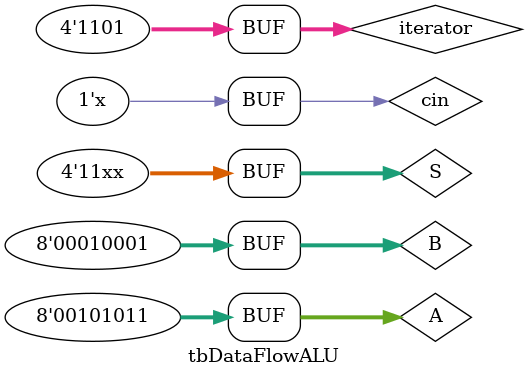
<source format=v>
/*
    Homework 1-> Question 4-> Part b
    Coded by Parsa Yousefi Nejad
*/

// TestBench For Part b: DataFlow ALU
module tbDataFlowALU;

    reg [7:0] A;
    reg [7:0] B;
    reg [3:0] S;
    reg cin;
    wire Z, cout;
    wire [7:0] D;

    reg [60:0] strings [0:15];
    reg [3:0] iterator;

    DataFlowALU u0(A, B, cin, S, Z, cout, D);

    initial begin

        strings[0]  = "A+B";
        strings[1]  = "A+B+1";
        strings[2]  = "A+B\'";
        strings[3]  = "A+B\'+1";
        strings[4]  = "A";
        strings[5]  = "A+1";
        strings[6]  = "A-1";
        strings[7]  = "A";
        strings[8]  = "A&B";
        strings[9]  = "A|B";
        strings[10] = "A^B";
        strings[11] = "A\'";
        strings[12] = "ShRA";
        strings[13] = "ShLA";
        
        A = 8'd43;
        B = 8'd17;

        $display("-->>DataFlow ALU<<---\nCoded By: **Parsa Yousefi Nejad**");
        $display("S3\tS2\tS1\tS0\tCin\tFormula\t\tA(#D)\tB(#D)\t D(#D)\tA(#B)   \tB(#B)    \tD(#B)");
        $monitor("%b\t%b\t%b\t%b\t%b\t%S\t%D\t%D\t%D\t%B\t%B\t%B",S[3], S[2], S[1], S[0], cin, strings[iterator], A, B, D, A, B, D);

        iterator = 0; S = 4'b0000; cin = 1'b0;
    #10
        iterator = 1; S = 4'b0000; cin = 1'b1;
    #10
        iterator = 2; S = 4'b0001; cin = 1'b0;
    #10
        iterator = 3; S = 4'b0001; cin = 1'b1;
    #10
        iterator = 4; S = 4'b0010; cin = 1'b0;
    #10
        iterator = 5; S = 4'b0010; cin = 1'b1;
    #10
        iterator = 6; S = 4'b0011; cin = 1'b0;
    #10
        iterator = 7; S = 4'b0011; cin = 1'b1;
    #10
        iterator = 8; S = 4'b0100; cin = 1'bx;
    #10
        iterator = 9; S = 4'b0101; cin = 1'bx;
    #10
        iterator = 10; S = 4'b0110; cin = 1'bx;
    #10
        iterator = 11; S = 4'b0111; cin = 1'bx;
    #10
        iterator = 12; S = 4'b10xx; cin = 1'bx;
    #10
        iterator = 13; S = 4'b11xx; cin = 1'bx;
    
    end

endmodule
</source>
